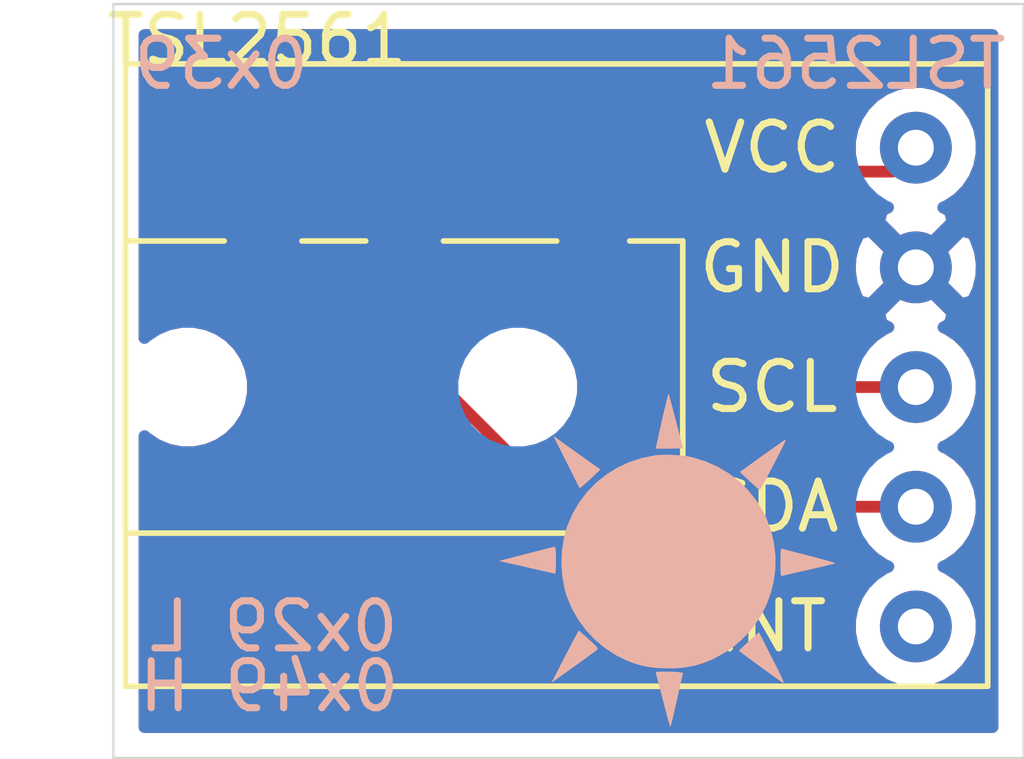
<source format=kicad_pcb>
(kicad_pcb (version 20171130) (host pcbnew "(5.1.5)-3")

  (general
    (thickness 1.6)
    (drawings 10)
    (tracks 9)
    (zones 0)
    (modules 3)
    (nets 5)
  )

  (page A4)
  (layers
    (0 F.Cu signal)
    (31 B.Cu signal)
    (32 B.Adhes user)
    (33 F.Adhes user)
    (34 B.Paste user)
    (35 F.Paste user)
    (36 B.SilkS user)
    (37 F.SilkS user)
    (38 B.Mask user)
    (39 F.Mask user)
    (40 Dwgs.User user hide)
    (41 Cmts.User user)
    (42 Eco1.User user)
    (43 Eco2.User user)
    (44 Edge.Cuts user)
    (45 Margin user)
    (46 B.CrtYd user hide)
    (47 F.CrtYd user hide)
    (48 B.Fab user)
    (49 F.Fab user hide)
  )

  (setup
    (last_trace_width 0.25)
    (trace_clearance 0.2)
    (zone_clearance 0.508)
    (zone_45_only no)
    (trace_min 0.2)
    (via_size 0.8)
    (via_drill 0.4)
    (via_min_size 0.4)
    (via_min_drill 0.3)
    (uvia_size 0.3)
    (uvia_drill 0.1)
    (uvias_allowed no)
    (uvia_min_size 0.2)
    (uvia_min_drill 0.1)
    (edge_width 0.05)
    (segment_width 0.2)
    (pcb_text_width 0.3)
    (pcb_text_size 1.5 1.5)
    (mod_edge_width 0.12)
    (mod_text_size 1 1)
    (mod_text_width 0.15)
    (pad_size 1.524 1.524)
    (pad_drill 0.762)
    (pad_to_mask_clearance 0.051)
    (solder_mask_min_width 0.25)
    (aux_axis_origin 0 0)
    (visible_elements 7FFFFFFF)
    (pcbplotparams
      (layerselection 0x010fc_ffffffff)
      (usegerberextensions false)
      (usegerberattributes false)
      (usegerberadvancedattributes false)
      (creategerberjobfile false)
      (excludeedgelayer true)
      (linewidth 0.100000)
      (plotframeref false)
      (viasonmask false)
      (mode 1)
      (useauxorigin false)
      (hpglpennumber 1)
      (hpglpenspeed 20)
      (hpglpendiameter 15.000000)
      (psnegative false)
      (psa4output false)
      (plotreference true)
      (plotvalue true)
      (plotinvisibletext false)
      (padsonsilk false)
      (subtractmaskfromsilk false)
      (outputformat 1)
      (mirror false)
      (drillshape 0)
      (scaleselection 1)
      (outputdirectory "gerbers/"))
  )

  (net 0 "")
  (net 1 GND)
  (net 2 SDA)
  (net 3 SCL)
  (net 4 +3V3)

  (net_class Default "Ceci est la Netclass par défaut."
    (clearance 0.2)
    (trace_width 0.25)
    (via_dia 0.8)
    (via_drill 0.4)
    (uvia_dia 0.3)
    (uvia_drill 0.1)
    (add_net +3V3)
    (add_net GND)
    (add_net SCL)
    (add_net SDA)
  )

  (module usini_sensors:module_tsl2561 (layer F.Cu) (tedit 5FDA389E) (tstamp 5FDA9453)
    (at 178.816 25.908 180)
    (path /5FDA3926)
    (fp_text reference U1 (at 0.254 -12.446) (layer F.SilkS) hide
      (effects (font (size 1 1) (thickness 0.15)))
    )
    (fp_text value module_tsl2561 (at 4.318 2.54) (layer F.Fab)
      (effects (font (size 1 1) (thickness 0.15)))
    )
    (fp_line (start -1.524 1.778) (end -1.524 -11.43) (layer F.SilkS) (width 0.12))
    (fp_line (start 16.764 1.778) (end -1.524 1.778) (layer F.SilkS) (width 0.12))
    (fp_line (start 16.764 -11.43) (end 16.764 1.778) (layer F.SilkS) (width 0.12))
    (fp_line (start -1.524 -11.43) (end 16.764 -11.43) (layer F.SilkS) (width 0.12))
    (fp_text user VCC (at 3.048 0) (layer F.SilkS)
      (effects (font (size 1 1) (thickness 0.15)))
    )
    (fp_text user GND (at 3.048 -2.54) (layer F.SilkS)
      (effects (font (size 1 1) (thickness 0.15)))
    )
    (fp_text user SCL (at 3.048 -5.08) (layer F.SilkS)
      (effects (font (size 1 1) (thickness 0.15)))
    )
    (fp_text user SDA (at 3.048 -7.62) (layer F.SilkS)
      (effects (font (size 1 1) (thickness 0.15)))
    )
    (fp_text user INT (at 3.048 -10.16) (layer F.SilkS)
      (effects (font (size 1 1) (thickness 0.15)))
    )
    (pad 5 thru_hole circle (at 0 0 180) (size 1.524 1.524) (drill 0.762) (layers *.Cu *.Mask)
      (net 4 +3V3))
    (pad 4 thru_hole circle (at 0 -2.54 180) (size 1.524 1.524) (drill 0.762) (layers *.Cu *.Mask)
      (net 1 GND))
    (pad 3 thru_hole circle (at 0 -5.08 180) (size 1.524 1.524) (drill 0.762) (layers *.Cu *.Mask)
      (net 3 SCL))
    (pad 2 thru_hole circle (at 0 -7.62 180) (size 1.524 1.524) (drill 0.762) (layers *.Cu *.Mask)
      (net 2 SDA))
    (pad 1 thru_hole circle (at 0 -10.16 180) (size 1.524 1.524) (drill 0.762) (layers *.Cu *.Mask))
    (model ${KIPRJMOD}/usini_sensors.pretty/tsl2561.step
      (offset (xyz -1 -1.5 9.5))
      (scale (xyz 1 1 1))
      (rotate (xyz 0 0 0))
    )
    (model ${KISYS3DMOD}/Connector_PinHeader_2.54mm.3dshapes/PinHeader_1x05_P2.54mm_Vertical.step
      (offset (xyz 0 10 9.5))
      (scale (xyz 1 1 1))
      (rotate (xyz 0 180 0))
    )
    (model ${KISYS3DMOD}/Connector_PinSocket_2.54mm.3dshapes/PinSocket_1x05_P2.54mm_Vertical.step
      (offset (xyz 0 10 0))
      (scale (xyz 1 1 1))
      (rotate (xyz 0 0 0))
    )
  )

  (module usini_sensors:light_logo (layer B.Cu) (tedit 0) (tstamp 5FDA9728)
    (at 173.736 34.544)
    (fp_text reference G*** (at 0 0) (layer B.SilkS) hide
      (effects (font (size 1.524 1.524) (thickness 0.3)) (justify mirror))
    )
    (fp_text value LOGO (at 0.75 0) (layer B.SilkS) hide
      (effects (font (size 1.524 1.524) (thickness 0.3)) (justify mirror))
    )
    (fp_poly (pts (xy -0.12096 3.629544) (xy -0.108069 3.581294) (xy -0.08934 3.506004) (xy -0.065784 3.407865)
      (xy -0.038415 3.29107) (xy -0.008244 3.159809) (xy 0.009923 3.079664) (xy 0.137774 2.512785)
      (xy 0.064351 2.500523) (xy 0.016486 2.495472) (xy -0.057015 2.491176) (xy -0.145502 2.488135)
      (xy -0.224191 2.486916) (xy -0.319367 2.487221) (xy -0.382685 2.489844) (xy -0.418527 2.495238)
      (xy -0.431272 2.503855) (xy -0.430906 2.50825) (xy -0.424475 2.530836) (xy -0.410206 2.584169)
      (xy -0.389249 2.663844) (xy -0.362757 2.765454) (xy -0.33188 2.884591) (xy -0.297769 3.016849)
      (xy -0.279286 3.088755) (xy -0.244081 3.224811) (xy -0.211452 3.348867) (xy -0.182541 3.456743)
      (xy -0.158489 3.544259) (xy -0.140437 3.607232) (xy -0.129528 3.641482) (xy -0.127 3.646562)
      (xy -0.12096 3.629544)) (layer B.SilkS) (width 0.01))
    (fp_poly (pts (xy 2.271882 2.716514) (xy 2.267151 2.694471) (xy 2.249452 2.649706) (xy 2.217947 2.580379)
      (xy 2.171799 2.48465) (xy 2.110172 2.360679) (xy 2.032229 2.206627) (xy 2.030213 2.202668)
      (xy 1.964549 2.073699) (xy 1.904361 1.955502) (xy 1.851569 1.851842) (xy 1.808089 1.766485)
      (xy 1.775842 1.703196) (xy 1.756744 1.665743) (xy 1.752209 1.656882) (xy 1.738954 1.667284)
      (xy 1.703543 1.698075) (xy 1.650602 1.745154) (xy 1.584756 1.804425) (xy 1.544649 1.840796)
      (xy 1.473339 1.906155) (xy 1.412392 1.963022) (xy 1.366509 2.006931) (xy 1.340393 2.033414)
      (xy 1.336172 2.038866) (xy 1.349688 2.051062) (xy 1.388459 2.08133) (xy 1.448263 2.126582)
      (xy 1.524878 2.183729) (xy 1.614082 2.249686) (xy 1.71165 2.321363) (xy 1.813362 2.395674)
      (xy 1.914995 2.469531) (xy 2.012326 2.539846) (xy 2.101133 2.603531) (xy 2.177194 2.6575)
      (xy 2.236285 2.698664) (xy 2.264481 2.717675) (xy 2.271882 2.716514)) (layer B.SilkS) (width 0.01))
    (fp_poly (pts (xy -2.174405 2.375599) (xy -2.059448 2.29296) (xy -1.953017 2.215997) (xy -1.858977 2.147543)
      (xy -1.781198 2.090428) (xy -1.723545 2.047485) (xy -1.689888 2.021546) (xy -1.683718 2.016289)
      (xy -1.673527 2.003319) (xy -1.672886 1.988273) (xy -1.685167 1.966952) (xy -1.713743 1.93516)
      (xy -1.761986 1.888699) (xy -1.833268 1.823373) (xy -1.853302 1.805214) (xy -1.924325 1.741315)
      (xy -1.985906 1.686686) (xy -2.033032 1.645713) (xy -2.060692 1.622783) (xy -2.065513 1.619497)
      (xy -2.07626 1.634025) (xy -2.101385 1.677242) (xy -2.138902 1.745451) (xy -2.186825 1.834953)
      (xy -2.243169 1.94205) (xy -2.30595 2.063045) (xy -2.355833 2.160235) (xy -2.634309 2.705261)
      (xy -2.174405 2.375599)) (layer B.SilkS) (width 0.01))
    (fp_poly (pts (xy 2.236107 0.448902) (xy 2.258892 0.442903) (xy 2.312568 0.430007) (xy 2.392619 0.41126)
      (xy 2.494531 0.387708) (xy 2.613788 0.360399) (xy 2.745876 0.330379) (xy 2.803071 0.317445)
      (xy 2.938584 0.286586) (xy 3.062607 0.257848) (xy 3.170726 0.232292) (xy 3.258533 0.21098)
      (xy 3.321614 0.194973) (xy 3.355559 0.185332) (xy 3.360081 0.183424) (xy 3.346368 0.176383)
      (xy 3.30153 0.161626) (xy 3.229625 0.140306) (xy 3.134713 0.113577) (xy 3.020853 0.082594)
      (xy 2.892104 0.048511) (xy 2.815795 0.028701) (xy 2.678614 -0.006733) (xy 2.552278 -0.03949)
      (xy 2.441197 -0.068418) (xy 2.349777 -0.092365) (xy 2.282427 -0.110177) (xy 2.243556 -0.120701)
      (xy 2.236107 -0.122895) (xy 2.227294 -0.117891) (xy 2.220933 -0.093109) (xy 2.216714 -0.04461)
      (xy 2.214323 0.031544) (xy 2.213449 0.13929) (xy 2.213428 0.163286) (xy 2.214048 0.277266)
      (xy 2.216117 0.358921) (xy 2.219948 0.412191) (xy 2.225854 0.441018) (xy 2.234148 0.449344)
      (xy 2.236107 0.448902)) (layer B.SilkS) (width 0.01))
    (fp_poly (pts (xy -2.567088 0.381694) (xy -2.563114 0.334636) (xy -2.560127 0.263601) (xy -2.558424 0.174745)
      (xy -2.558143 0.117928) (xy -2.558871 0.005188) (xy -2.561267 -0.07522) (xy -2.56565 -0.127227)
      (xy -2.572338 -0.154762) (xy -2.580822 -0.161856) (xy -2.603339 -0.157111) (xy -2.656619 -0.144323)
      (xy -2.736311 -0.124583) (xy -2.838061 -0.098983) (xy -2.957516 -0.068616) (xy -3.090322 -0.034575)
      (xy -3.172212 -0.013459) (xy -3.740923 0.133509) (xy -3.16314 0.265805) (xy -3.023472 0.297709)
      (xy -2.895138 0.326876) (xy -2.782411 0.352348) (xy -2.689562 0.373165) (xy -2.620864 0.388367)
      (xy -2.580589 0.396995) (xy -2.57175 0.398622) (xy -2.567088 0.381694)) (layer B.SilkS) (width 0.01))
    (fp_poly (pts (xy 0.181383 2.390966) (xy 0.380359 2.354191) (xy 0.573702 2.296208) (xy 0.770381 2.215298)
      (xy 0.795019 2.203784) (xy 1.043114 2.067388) (xy 1.267492 1.905614) (xy 1.467231 1.721184)
      (xy 1.641409 1.516821) (xy 1.789102 1.295247) (xy 1.909388 1.059185) (xy 2.001344 0.811357)
      (xy 2.064048 0.554487) (xy 2.096578 0.291296) (xy 2.09801 0.024507) (xy 2.067422 -0.243157)
      (xy 2.003892 -0.508974) (xy 1.906496 -0.770222) (xy 1.84567 -0.896627) (xy 1.700648 -1.137296)
      (xy 1.52767 -1.356479) (xy 1.329371 -1.55221) (xy 1.108385 -1.72252) (xy 0.867346 -1.865442)
      (xy 0.60889 -1.979008) (xy 0.335649 -2.06125) (xy 0.2662 -2.07651) (xy 0.158996 -2.093208)
      (xy 0.029754 -2.105421) (xy -0.109392 -2.112688) (xy -0.246306 -2.114553) (xy -0.368853 -2.110555)
      (xy -0.4445 -2.10337) (xy -0.726705 -2.047347) (xy -0.995603 -1.959173) (xy -1.248865 -1.840753)
      (xy -1.484165 -1.693994) (xy -1.699173 -1.520802) (xy -1.891561 -1.323083) (xy -2.059001 -1.102743)
      (xy -2.199166 -0.86169) (xy -2.309726 -0.601828) (xy -2.321996 -0.566186) (xy -2.386132 -0.323594)
      (xy -2.422807 -0.066151) (xy -2.432019 0.197877) (xy -2.413766 0.460225) (xy -2.368044 0.712628)
      (xy -2.322447 0.870857) (xy -2.215519 1.132405) (xy -2.077581 1.377383) (xy -1.91115 1.603098)
      (xy -1.718744 1.806855) (xy -1.502881 1.985961) (xy -1.266078 2.137722) (xy -1.033233 2.250318)
      (xy -0.867609 2.312335) (xy -0.708453 2.356877) (xy -0.543709 2.386431) (xy -0.361319 2.403481)
      (xy -0.269351 2.407769) (xy -0.032198 2.408252) (xy 0.181383 2.390966)) (layer B.SilkS) (width 0.01))
    (fp_poly (pts (xy 1.780473 -1.394825) (xy 1.805867 -1.437755) (xy 1.842716 -1.503783) (xy 1.888628 -1.588308)
      (xy 1.941208 -1.686728) (xy 1.998063 -1.794442) (xy 2.056801 -1.906849) (xy 2.115027 -2.019347)
      (xy 2.170349 -2.127335) (xy 2.220372 -2.226212) (xy 2.262705 -2.311377) (xy 2.294953 -2.378228)
      (xy 2.314723 -2.422164) (xy 2.319726 -2.438526) (xy 2.304003 -2.429598) (xy 2.262413 -2.401818)
      (xy 2.198463 -2.35764) (xy 2.115657 -2.299519) (xy 2.017499 -2.229908) (xy 1.907496 -2.151263)
      (xy 1.834163 -2.098523) (xy 1.355112 -1.753232) (xy 1.552948 -1.566774) (xy 1.623347 -1.501466)
      (xy 1.685191 -1.446047) (xy 1.73341 -1.40491) (xy 1.762935 -1.38245) (xy 1.768928 -1.379594)
      (xy 1.780473 -1.394825)) (layer B.SilkS) (width 0.01))
    (fp_poly (pts (xy -1.981112 -1.468588) (xy -1.939742 -1.504195) (xy -1.881025 -1.556934) (xy -1.813786 -1.618803)
      (xy -1.76521 -1.66436) (xy -1.616348 -1.805214) (xy -2.595002 -2.503552) (xy -2.321577 -1.958612)
      (xy -2.048152 -1.413671) (xy -1.981112 -1.468588)) (layer B.SilkS) (width 0.01))
    (fp_poly (pts (xy -0.287231 -2.251996) (xy -0.19741 -2.252906) (xy -0.1428 -2.253777) (xy 0.136787 -2.258786)
      (xy -0.008992 -2.824516) (xy -0.044646 -2.962069) (xy -0.077723 -3.088126) (xy -0.107078 -3.198443)
      (xy -0.131565 -3.288781) (xy -0.150041 -3.354896) (xy -0.161361 -3.392548) (xy -0.164193 -3.399669)
      (xy -0.170297 -3.38498) (xy -0.183249 -3.338938) (xy -0.202046 -3.265617) (xy -0.225682 -3.169088)
      (xy -0.253154 -3.053426) (xy -0.283457 -2.922702) (xy -0.303544 -2.834473) (xy -0.334737 -2.695628)
      (xy -0.362905 -2.568526) (xy -0.387146 -2.457375) (xy -0.406557 -2.366382) (xy -0.420236 -2.299755)
      (xy -0.427282 -2.261702) (xy -0.427929 -2.25431) (xy -0.40884 -2.25271) (xy -0.359824 -2.251934)
      (xy -0.287231 -2.251996)) (layer B.SilkS) (width 0.01))
  )

  (module epimetheus:Jack_3.5mm_TRRS (layer F.Cu) (tedit 5FD9FCF3) (tstamp 5FDA3052)
    (at 168.148 30.988)
    (descr "Headphones with microphone connector, 3.5mm, 4 pins (http://www.qingpu-electronics.com/en/products/WQP-PJ320D-72.html)")
    (tags "3.5mm jack mic microphone phones headphones 4pins audio plug")
    (path /5FDC3E76)
    (attr smd)
    (fp_text reference J1 (at -0.508 0.508 90) (layer F.SilkS) hide
      (effects (font (size 1 1) (thickness 0.15)))
    )
    (fp_text value AudioJack4 (at -0.762 4.064) (layer F.Fab)
      (effects (font (size 1 1) (thickness 0.15)))
    )
    (fp_circle (center 3.9 -2.35) (end 3.95 -2.1) (layer F.Fab) (width 0.12))
    (fp_line (start -6.096 -3.1) (end -6.096 3.1) (layer F.SilkS) (width 0.12))
    (fp_line (start -8.73 -5) (end 6.07 -5) (layer F.CrtYd) (width 0.05))
    (fp_line (start -8.73 5) (end 6.07 5) (layer F.CrtYd) (width 0.05))
    (fp_line (start 5.725 3.1) (end 5.725 -3.1) (layer F.SilkS) (width 0.12))
    (fp_line (start -8.73 5) (end -8.73 -5) (layer F.CrtYd) (width 0.05))
    (fp_line (start 6.07 5) (end 6.07 -5) (layer F.CrtYd) (width 0.05))
    (fp_line (start -6.096 -3.1) (end -4 -3.1) (layer F.SilkS) (width 0.12))
    (fp_line (start -2.35 -3.1) (end -1 -3.1) (layer F.SilkS) (width 0.12))
    (fp_line (start 0.65 -3.1) (end 3.05 -3.1) (layer F.SilkS) (width 0.12))
    (fp_line (start 4.6 -3.1) (end 5.725 -3.1) (layer F.SilkS) (width 0.12))
    (fp_line (start 4.15 3.1) (end -6.096 3.1) (layer F.SilkS) (width 0.12))
    (fp_line (start 5.575 -2.9) (end 5.575 2.9) (layer F.Fab) (width 0.1))
    (fp_line (start -6.096 -2.9) (end 5.575 -2.9) (layer F.Fab) (width 0.1))
    (fp_line (start -6.096 -2.3) (end -6.096 -2.9) (layer F.Fab) (width 0.1))
    (fp_line (start -8.225 -2.3) (end -6.096 -2.3) (layer F.Fab) (width 0.1))
    (fp_line (start -8.225 2.3) (end -8.225 -2.3) (layer F.Fab) (width 0.1))
    (fp_line (start -6.096 2.3) (end -8.225 2.3) (layer F.Fab) (width 0.1))
    (fp_line (start -6.096 2.9) (end -6.096 2.286) (layer F.Fab) (width 0.1))
    (fp_line (start 5.575 2.9) (end -6.096 2.9) (layer F.Fab) (width 0.1))
    (fp_text user %R (at -1.195 0) (layer F.Fab)
      (effects (font (size 1 1) (thickness 0.15)))
    )
    (pad "" np_thru_hole circle (at 2.225 0) (size 1.5 1.5) (drill 1.5) (layers *.Cu *.Mask))
    (pad "" np_thru_hole circle (at -4.775 0) (size 1.5 1.5) (drill 1.5) (layers *.Cu *.Mask))
    (pad R2 smd roundrect (at -3.175 -4.572) (size 1.2 3.2) (layers F.Cu F.Paste F.Mask) (roundrect_rratio 0.25)
      (net 2 SDA))
    (pad R1 smd roundrect (at -0.175 -4.572) (size 1.2 3.2) (layers F.Cu F.Paste F.Mask) (roundrect_rratio 0.25)
      (net 3 SCL))
    (pad T smd roundrect (at 3.81 -4.572) (size 1.2 3.2) (layers F.Cu F.Paste F.Mask) (roundrect_rratio 0.25)
      (net 4 +3V3))
    (pad S smd roundrect (at 4.925 4.572) (size 1.2 3.2) (layers F.Cu F.Paste F.Mask) (roundrect_rratio 0.25)
      (net 1 GND))
    (model ${KIPRJMOD}/usini_sensors.pretty/audio_3.5mm_trrs.step
      (offset (xyz 5.5 -3 0))
      (scale (xyz 1 1 1))
      (rotate (xyz 0 0 -90))
    )
  )

  (gr_text "0x49 H" (at 165.1 37.338) (layer B.SilkS)
    (effects (font (size 1 1) (thickness 0.15)) (justify mirror))
  )
  (gr_text "TSL2561\n" (at 164.846 23.622) (layer F.SilkS)
    (effects (font (size 1 1) (thickness 0.15)))
  )
  (gr_line (start 181.102 22.86) (end 180.848 22.86) (layer Edge.Cuts) (width 0.05) (tstamp 5FDA2D9F))
  (gr_line (start 181.102 38.862) (end 181.102 22.86) (layer Edge.Cuts) (width 0.05))
  (gr_line (start 161.798 38.862) (end 181.102 38.862) (layer Edge.Cuts) (width 0.05))
  (gr_line (start 161.798 22.86) (end 161.798 38.862) (layer Edge.Cuts) (width 0.05))
  (gr_line (start 180.848 22.86) (end 161.798 22.86) (layer Edge.Cuts) (width 0.05))
  (gr_text "0x29 L" (at 165.2016 36.068) (layer B.SilkS)
    (effects (font (size 1 1) (thickness 0.15)) (justify mirror))
  )
  (gr_text 0x39 (at 164.084 24.13) (layer B.SilkS)
    (effects (font (size 1 1) (thickness 0.15)) (justify mirror))
  )
  (gr_text TSL2561 (at 177.546 24.13) (layer B.SilkS)
    (effects (font (size 1 1) (thickness 0.15)) (justify mirror))
  )

  (segment (start 171.321998 33.528) (end 178.816 33.528) (width 0.25) (layer F.Cu) (net 2) (status 20))
  (segment (start 165.573 27.779002) (end 171.321998 33.528) (width 0.25) (layer F.Cu) (net 2))
  (segment (start 165.573 27.016) (end 165.573 27.779002) (width 0.25) (layer F.Cu) (net 2))
  (segment (start 164.973 26.416) (end 165.573 27.016) (width 0.25) (layer F.Cu) (net 2) (status 10))
  (segment (start 173.145 30.988) (end 178.816 30.988) (width 0.25) (layer F.Cu) (net 3) (status 20))
  (segment (start 168.573 26.416) (end 173.145 30.988) (width 0.25) (layer F.Cu) (net 3))
  (segment (start 167.973 26.416) (end 168.573 26.416) (width 0.25) (layer F.Cu) (net 3) (status 10))
  (segment (start 178.308 26.416) (end 178.816 25.908) (width 0.25) (layer F.Cu) (net 4) (status 30))
  (segment (start 171.958 26.416) (end 178.308 26.416) (width 0.25) (layer F.Cu) (net 4) (status 30))

  (zone (net 1) (net_name GND) (layer F.Cu) (tstamp 5FE0EF71) (hatch edge 0.508)
    (connect_pads (clearance 0.508))
    (min_thickness 0.254)
    (fill yes (arc_segments 32) (thermal_gap 0.508) (thermal_bridge_width 0.508))
    (polygon
      (pts
        (xy 181.102 38.862) (xy 161.798 38.862) (xy 161.798 22.86) (xy 181.102 22.86)
      )
    )
    (filled_polygon
      (pts
        (xy 180.442 38.202) (xy 162.458 38.202) (xy 162.458 37.16) (xy 171.834928 37.16) (xy 171.847188 37.284482)
        (xy 171.883498 37.40418) (xy 171.942463 37.514494) (xy 172.021815 37.611185) (xy 172.118506 37.690537) (xy 172.22882 37.749502)
        (xy 172.348518 37.785812) (xy 172.473 37.798072) (xy 172.78725 37.795) (xy 172.946 37.63625) (xy 172.946 35.687)
        (xy 173.2 35.687) (xy 173.2 37.63625) (xy 173.35875 37.795) (xy 173.673 37.798072) (xy 173.797482 37.785812)
        (xy 173.91718 37.749502) (xy 174.027494 37.690537) (xy 174.124185 37.611185) (xy 174.203537 37.514494) (xy 174.262502 37.40418)
        (xy 174.298812 37.284482) (xy 174.311072 37.16) (xy 174.308 35.84575) (xy 174.14925 35.687) (xy 173.2 35.687)
        (xy 172.946 35.687) (xy 171.99675 35.687) (xy 171.838 35.84575) (xy 171.834928 37.16) (xy 162.458 37.16)
        (xy 162.458 32.031685) (xy 162.490114 32.063799) (xy 162.716957 32.215371) (xy 162.969011 32.319775) (xy 163.236589 32.373)
        (xy 163.509411 32.373) (xy 163.776989 32.319775) (xy 164.029043 32.215371) (xy 164.255886 32.063799) (xy 164.448799 31.870886)
        (xy 164.600371 31.644043) (xy 164.704775 31.391989) (xy 164.758 31.124411) (xy 164.758 30.851589) (xy 164.704775 30.584011)
        (xy 164.600371 30.331957) (xy 164.448799 30.105114) (xy 164.255886 29.912201) (xy 164.029043 29.760629) (xy 163.776989 29.656225)
        (xy 163.509411 29.603) (xy 163.236589 29.603) (xy 162.969011 29.656225) (xy 162.716957 29.760629) (xy 162.490114 29.912201)
        (xy 162.458 29.944315) (xy 162.458 25.116) (xy 163.734928 25.116) (xy 163.734928 27.716) (xy 163.752953 27.899009)
        (xy 163.806334 28.074985) (xy 163.893022 28.237165) (xy 164.009683 28.379317) (xy 164.151835 28.495978) (xy 164.314015 28.582666)
        (xy 164.489991 28.636047) (xy 164.673 28.654072) (xy 165.273 28.654072) (xy 165.364279 28.645082) (xy 170.758199 34.039003)
        (xy 170.781997 34.068001) (xy 170.810995 34.091799) (xy 170.897721 34.162974) (xy 171.029751 34.233546) (xy 171.173012 34.277003)
        (xy 171.284665 34.288) (xy 171.284675 34.288) (xy 171.321998 34.291676) (xy 171.359321 34.288) (xy 171.835695 34.288)
        (xy 171.838 35.27425) (xy 171.99675 35.433) (xy 172.946 35.433) (xy 172.946 35.413) (xy 173.2 35.413)
        (xy 173.2 35.433) (xy 174.14925 35.433) (xy 174.308 35.27425) (xy 174.310305 34.288) (xy 177.643659 34.288)
        (xy 177.73088 34.418535) (xy 177.925465 34.61312) (xy 178.154273 34.766005) (xy 178.231515 34.798) (xy 178.154273 34.829995)
        (xy 177.925465 34.98288) (xy 177.73088 35.177465) (xy 177.577995 35.406273) (xy 177.472686 35.66051) (xy 177.419 35.930408)
        (xy 177.419 36.205592) (xy 177.472686 36.47549) (xy 177.577995 36.729727) (xy 177.73088 36.958535) (xy 177.925465 37.15312)
        (xy 178.154273 37.306005) (xy 178.40851 37.411314) (xy 178.678408 37.465) (xy 178.953592 37.465) (xy 179.22349 37.411314)
        (xy 179.477727 37.306005) (xy 179.706535 37.15312) (xy 179.90112 36.958535) (xy 180.054005 36.729727) (xy 180.159314 36.47549)
        (xy 180.213 36.205592) (xy 180.213 35.930408) (xy 180.159314 35.66051) (xy 180.054005 35.406273) (xy 179.90112 35.177465)
        (xy 179.706535 34.98288) (xy 179.477727 34.829995) (xy 179.400485 34.798) (xy 179.477727 34.766005) (xy 179.706535 34.61312)
        (xy 179.90112 34.418535) (xy 180.054005 34.189727) (xy 180.159314 33.93549) (xy 180.213 33.665592) (xy 180.213 33.390408)
        (xy 180.159314 33.12051) (xy 180.054005 32.866273) (xy 179.90112 32.637465) (xy 179.706535 32.44288) (xy 179.477727 32.289995)
        (xy 179.400485 32.258) (xy 179.477727 32.226005) (xy 179.706535 32.07312) (xy 179.90112 31.878535) (xy 180.054005 31.649727)
        (xy 180.159314 31.39549) (xy 180.213 31.125592) (xy 180.213 30.850408) (xy 180.159314 30.58051) (xy 180.054005 30.326273)
        (xy 179.90112 30.097465) (xy 179.706535 29.90288) (xy 179.477727 29.749995) (xy 179.406057 29.720308) (xy 179.419023 29.715636)
        (xy 179.53498 29.653656) (xy 179.60196 29.413565) (xy 178.816 28.627605) (xy 178.03004 29.413565) (xy 178.09702 29.653656)
        (xy 178.23276 29.717485) (xy 178.154273 29.749995) (xy 177.925465 29.90288) (xy 177.73088 30.097465) (xy 177.643659 30.228)
        (xy 173.459803 30.228) (xy 171.885874 28.654072) (xy 172.258 28.654072) (xy 172.441009 28.636047) (xy 172.616985 28.582666)
        (xy 172.734191 28.520017) (xy 177.41409 28.520017) (xy 177.455078 28.792133) (xy 177.548364 29.051023) (xy 177.610344 29.16698)
        (xy 177.850435 29.23396) (xy 178.636395 28.448) (xy 178.995605 28.448) (xy 179.781565 29.23396) (xy 180.021656 29.16698)
        (xy 180.138756 28.917952) (xy 180.205023 28.650865) (xy 180.21791 28.375983) (xy 180.176922 28.103867) (xy 180.083636 27.844977)
        (xy 180.021656 27.72902) (xy 179.781565 27.66204) (xy 178.995605 28.448) (xy 178.636395 28.448) (xy 177.850435 27.66204)
        (xy 177.610344 27.72902) (xy 177.493244 27.978048) (xy 177.426977 28.245135) (xy 177.41409 28.520017) (xy 172.734191 28.520017)
        (xy 172.779165 28.495978) (xy 172.921317 28.379317) (xy 173.037978 28.237165) (xy 173.124666 28.074985) (xy 173.178047 27.899009)
        (xy 173.196072 27.716) (xy 173.196072 27.176) (xy 178.225088 27.176) (xy 178.212977 27.180364) (xy 178.09702 27.242344)
        (xy 178.03004 27.482435) (xy 178.816 28.268395) (xy 179.60196 27.482435) (xy 179.53498 27.242344) (xy 179.39924 27.178515)
        (xy 179.477727 27.146005) (xy 179.706535 26.99312) (xy 179.90112 26.798535) (xy 180.054005 26.569727) (xy 180.159314 26.31549)
        (xy 180.213 26.045592) (xy 180.213 25.770408) (xy 180.159314 25.50051) (xy 180.054005 25.246273) (xy 179.90112 25.017465)
        (xy 179.706535 24.82288) (xy 179.477727 24.669995) (xy 179.22349 24.564686) (xy 178.953592 24.511) (xy 178.678408 24.511)
        (xy 178.40851 24.564686) (xy 178.154273 24.669995) (xy 177.925465 24.82288) (xy 177.73088 25.017465) (xy 177.577995 25.246273)
        (xy 177.472686 25.50051) (xy 177.441757 25.656) (xy 173.196072 25.656) (xy 173.196072 25.116) (xy 173.178047 24.932991)
        (xy 173.124666 24.757015) (xy 173.037978 24.594835) (xy 172.921317 24.452683) (xy 172.779165 24.336022) (xy 172.616985 24.249334)
        (xy 172.441009 24.195953) (xy 172.258 24.177928) (xy 171.658 24.177928) (xy 171.474991 24.195953) (xy 171.299015 24.249334)
        (xy 171.136835 24.336022) (xy 170.994683 24.452683) (xy 170.878022 24.594835) (xy 170.791334 24.757015) (xy 170.737953 24.932991)
        (xy 170.719928 25.116) (xy 170.719928 27.488126) (xy 169.211072 25.979271) (xy 169.211072 25.116) (xy 169.193047 24.932991)
        (xy 169.139666 24.757015) (xy 169.052978 24.594835) (xy 168.936317 24.452683) (xy 168.794165 24.336022) (xy 168.631985 24.249334)
        (xy 168.456009 24.195953) (xy 168.273 24.177928) (xy 167.673 24.177928) (xy 167.489991 24.195953) (xy 167.314015 24.249334)
        (xy 167.151835 24.336022) (xy 167.009683 24.452683) (xy 166.893022 24.594835) (xy 166.806334 24.757015) (xy 166.752953 24.932991)
        (xy 166.734928 25.116) (xy 166.734928 27.716) (xy 166.75133 27.882531) (xy 166.333 27.464201) (xy 166.333 27.053322)
        (xy 166.336676 27.015999) (xy 166.333 26.978676) (xy 166.333 26.978667) (xy 166.322003 26.867014) (xy 166.278546 26.723753)
        (xy 166.211072 26.59752) (xy 166.211072 25.116) (xy 166.193047 24.932991) (xy 166.139666 24.757015) (xy 166.052978 24.594835)
        (xy 165.936317 24.452683) (xy 165.794165 24.336022) (xy 165.631985 24.249334) (xy 165.456009 24.195953) (xy 165.273 24.177928)
        (xy 164.673 24.177928) (xy 164.489991 24.195953) (xy 164.314015 24.249334) (xy 164.151835 24.336022) (xy 164.009683 24.452683)
        (xy 163.893022 24.594835) (xy 163.806334 24.757015) (xy 163.752953 24.932991) (xy 163.734928 25.116) (xy 162.458 25.116)
        (xy 162.458 23.52) (xy 180.442001 23.52)
      )
    )
  )
  (zone (net 1) (net_name GND) (layer B.Cu) (tstamp 5FE0EF6E) (hatch edge 0.508)
    (connect_pads (clearance 0.508))
    (min_thickness 0.254)
    (fill yes (arc_segments 32) (thermal_gap 0.508) (thermal_bridge_width 0.508))
    (polygon
      (pts
        (xy 181.102 38.862) (xy 161.798 38.862) (xy 161.798 22.86) (xy 181.102 22.86)
      )
    )
    (filled_polygon
      (pts
        (xy 180.442 38.202) (xy 162.458 38.202) (xy 162.458 32.031685) (xy 162.490114 32.063799) (xy 162.716957 32.215371)
        (xy 162.969011 32.319775) (xy 163.236589 32.373) (xy 163.509411 32.373) (xy 163.776989 32.319775) (xy 164.029043 32.215371)
        (xy 164.255886 32.063799) (xy 164.448799 31.870886) (xy 164.600371 31.644043) (xy 164.704775 31.391989) (xy 164.758 31.124411)
        (xy 164.758 30.851589) (xy 168.988 30.851589) (xy 168.988 31.124411) (xy 169.041225 31.391989) (xy 169.145629 31.644043)
        (xy 169.297201 31.870886) (xy 169.490114 32.063799) (xy 169.716957 32.215371) (xy 169.969011 32.319775) (xy 170.236589 32.373)
        (xy 170.509411 32.373) (xy 170.776989 32.319775) (xy 171.029043 32.215371) (xy 171.255886 32.063799) (xy 171.448799 31.870886)
        (xy 171.600371 31.644043) (xy 171.704775 31.391989) (xy 171.758 31.124411) (xy 171.758 30.851589) (xy 171.757766 30.850408)
        (xy 177.419 30.850408) (xy 177.419 31.125592) (xy 177.472686 31.39549) (xy 177.577995 31.649727) (xy 177.73088 31.878535)
        (xy 177.925465 32.07312) (xy 178.154273 32.226005) (xy 178.231515 32.258) (xy 178.154273 32.289995) (xy 177.925465 32.44288)
        (xy 177.73088 32.637465) (xy 177.577995 32.866273) (xy 177.472686 33.12051) (xy 177.419 33.390408) (xy 177.419 33.665592)
        (xy 177.472686 33.93549) (xy 177.577995 34.189727) (xy 177.73088 34.418535) (xy 177.925465 34.61312) (xy 178.154273 34.766005)
        (xy 178.231515 34.798) (xy 178.154273 34.829995) (xy 177.925465 34.98288) (xy 177.73088 35.177465) (xy 177.577995 35.406273)
        (xy 177.472686 35.66051) (xy 177.419 35.930408) (xy 177.419 36.205592) (xy 177.472686 36.47549) (xy 177.577995 36.729727)
        (xy 177.73088 36.958535) (xy 177.925465 37.15312) (xy 178.154273 37.306005) (xy 178.40851 37.411314) (xy 178.678408 37.465)
        (xy 178.953592 37.465) (xy 179.22349 37.411314) (xy 179.477727 37.306005) (xy 179.706535 37.15312) (xy 179.90112 36.958535)
        (xy 180.054005 36.729727) (xy 180.159314 36.47549) (xy 180.213 36.205592) (xy 180.213 35.930408) (xy 180.159314 35.66051)
        (xy 180.054005 35.406273) (xy 179.90112 35.177465) (xy 179.706535 34.98288) (xy 179.477727 34.829995) (xy 179.400485 34.798)
        (xy 179.477727 34.766005) (xy 179.706535 34.61312) (xy 179.90112 34.418535) (xy 180.054005 34.189727) (xy 180.159314 33.93549)
        (xy 180.213 33.665592) (xy 180.213 33.390408) (xy 180.159314 33.12051) (xy 180.054005 32.866273) (xy 179.90112 32.637465)
        (xy 179.706535 32.44288) (xy 179.477727 32.289995) (xy 179.400485 32.258) (xy 179.477727 32.226005) (xy 179.706535 32.07312)
        (xy 179.90112 31.878535) (xy 180.054005 31.649727) (xy 180.159314 31.39549) (xy 180.213 31.125592) (xy 180.213 30.850408)
        (xy 180.159314 30.58051) (xy 180.054005 30.326273) (xy 179.90112 30.097465) (xy 179.706535 29.90288) (xy 179.477727 29.749995)
        (xy 179.406057 29.720308) (xy 179.419023 29.715636) (xy 179.53498 29.653656) (xy 179.60196 29.413565) (xy 178.816 28.627605)
        (xy 178.03004 29.413565) (xy 178.09702 29.653656) (xy 178.23276 29.717485) (xy 178.154273 29.749995) (xy 177.925465 29.90288)
        (xy 177.73088 30.097465) (xy 177.577995 30.326273) (xy 177.472686 30.58051) (xy 177.419 30.850408) (xy 171.757766 30.850408)
        (xy 171.704775 30.584011) (xy 171.600371 30.331957) (xy 171.448799 30.105114) (xy 171.255886 29.912201) (xy 171.029043 29.760629)
        (xy 170.776989 29.656225) (xy 170.509411 29.603) (xy 170.236589 29.603) (xy 169.969011 29.656225) (xy 169.716957 29.760629)
        (xy 169.490114 29.912201) (xy 169.297201 30.105114) (xy 169.145629 30.331957) (xy 169.041225 30.584011) (xy 168.988 30.851589)
        (xy 164.758 30.851589) (xy 164.704775 30.584011) (xy 164.600371 30.331957) (xy 164.448799 30.105114) (xy 164.255886 29.912201)
        (xy 164.029043 29.760629) (xy 163.776989 29.656225) (xy 163.509411 29.603) (xy 163.236589 29.603) (xy 162.969011 29.656225)
        (xy 162.716957 29.760629) (xy 162.490114 29.912201) (xy 162.458 29.944315) (xy 162.458 28.520017) (xy 177.41409 28.520017)
        (xy 177.455078 28.792133) (xy 177.548364 29.051023) (xy 177.610344 29.16698) (xy 177.850435 29.23396) (xy 178.636395 28.448)
        (xy 178.995605 28.448) (xy 179.781565 29.23396) (xy 180.021656 29.16698) (xy 180.138756 28.917952) (xy 180.205023 28.650865)
        (xy 180.21791 28.375983) (xy 180.176922 28.103867) (xy 180.083636 27.844977) (xy 180.021656 27.72902) (xy 179.781565 27.66204)
        (xy 178.995605 28.448) (xy 178.636395 28.448) (xy 177.850435 27.66204) (xy 177.610344 27.72902) (xy 177.493244 27.978048)
        (xy 177.426977 28.245135) (xy 177.41409 28.520017) (xy 162.458 28.520017) (xy 162.458 25.770408) (xy 177.419 25.770408)
        (xy 177.419 26.045592) (xy 177.472686 26.31549) (xy 177.577995 26.569727) (xy 177.73088 26.798535) (xy 177.925465 26.99312)
        (xy 178.154273 27.146005) (xy 178.225943 27.175692) (xy 178.212977 27.180364) (xy 178.09702 27.242344) (xy 178.03004 27.482435)
        (xy 178.816 28.268395) (xy 179.60196 27.482435) (xy 179.53498 27.242344) (xy 179.39924 27.178515) (xy 179.477727 27.146005)
        (xy 179.706535 26.99312) (xy 179.90112 26.798535) (xy 180.054005 26.569727) (xy 180.159314 26.31549) (xy 180.213 26.045592)
        (xy 180.213 25.770408) (xy 180.159314 25.50051) (xy 180.054005 25.246273) (xy 179.90112 25.017465) (xy 179.706535 24.82288)
        (xy 179.477727 24.669995) (xy 179.22349 24.564686) (xy 178.953592 24.511) (xy 178.678408 24.511) (xy 178.40851 24.564686)
        (xy 178.154273 24.669995) (xy 177.925465 24.82288) (xy 177.73088 25.017465) (xy 177.577995 25.246273) (xy 177.472686 25.50051)
        (xy 177.419 25.770408) (xy 162.458 25.770408) (xy 162.458 23.52) (xy 180.442001 23.52)
      )
    )
  )
)

</source>
